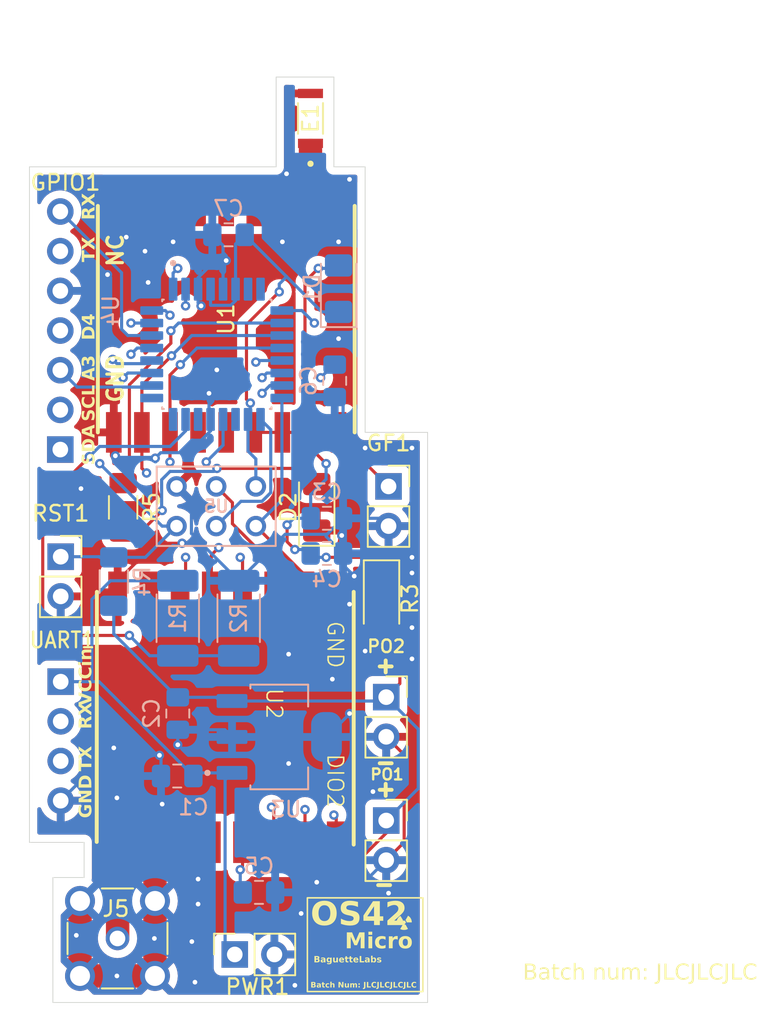
<source format=kicad_pcb>
(kicad_pcb (version 20240108) (generator "pcbnew") (generator_version "8.0")
  (layers (0 "F.Cu" signal) (1 "In1.Cu" signal) (2 "In2.Cu" signal) (31 "B.Cu" signal) (34 "B.Paste" user) (35 "F.Paste" user) (36 "B.SilkS" user "B.Silkscreen") (37 "F.SilkS" user "F.Silkscreen") (38 "B.Mask" user) (39 "F.Mask" user) (44 "Edge.Cuts" user))
  (net 0 "")
  (net 1 "PWRIN_VCC")
  (net 2 "GND")
  (net 3 "VCC")
  (net 4 "Net-(U4-AREF)")
  (net 5 "VCC_PROG")
  (net 6 "Net-(D2-A)")
  (net 7 "Net-(U1-RF_IN)")
  (net 8 "GPSFREEZE_1")
  (net 9 "RXD")
  (net 10 "TXD")
  (net 11 "Net-(U2-ANT)")
  (net 12 "RESET")
  (net 13 "A4")
  (net 14 "A5")
  (net 15 "A3")
  (net 16 "D4")
  (net 17 "D1")
  (net 18 "D0")
  (net 19 "BATTREAD")
  (net 20 "NSS")
  (net 21 "Net-(U4-PD6)")
  (net 30 "MISO")
  (net 31 "MOSI")
  (net 32 "SCK")
  (net 33 "RESET_TX")
  (net 35 "DIO2")
  (net 36 "DIO1")
  (net 37 "DIO0")
  (footprint "Connector_PinSocket_2.54mm:PinSocket_1x02_P2.54mm_Vertical" (layer "F.Cu") (at 134 125.96)
    (property "Reference" "RST1")
    (property "Value" "RST")
  )
  (footprint "Connector_PinSocket_2.54mm:PinSocket_1x02_P2.54mm_Vertical" (layer "F.Cu") (at 154.85 142.85)
    (property "Reference" "PO1")
    (property "Value" "PWROUT" (hide yes))
  )
  (footprint "Connector_PinSocket_2.54mm:PinSocket_1x02_P2.54mm_Vertical" (layer "F.Cu") (at 155 121.46)
    (property "Reference" "GF1")
    (property "Value" "GPSFREEZE" (hide yes))
  )
  (footprint "OS42-components:LoRa1278" (layer "F.Cu") (at 147.1775 135.36 -90)
    (property "Reference" "U2")
    (property "Value" "~")
  )
  (footprint "Connector_PinSocket_2.54mm:PinSocket_1x02_P2.54mm_Vertical" (layer "F.Cu") (at 145.15 151.425 90)
    (property "Reference" "PWR1")
    (property "Value" "PWRIN" (hide yes))
  )
  (footprint "Connector_PinSocket_2.54mm:PinSocket_1x07_P2.54mm_Vertical" (layer "F.Cu") (at 133.975 119.1 180)
    (property "Reference" "GPIO1")
    (property "Value" "GPIO Pins")
  )
  (footprint "OS42-components:LPRS_SMA_CONNECTOR" (layer "F.Cu") (at 137.6375 150.4)
    (property "Reference" "J5")
    (property "Value" "SMA_CONNECTOR")
  )
  (footprint "Connector_PinSocket_2.54mm:PinSocket_1x02_P2.54mm_Vertical" (layer "F.Cu") (at 154.85 134.95)
    (property "Reference" "PO2")
    (property "Value" "PWROUT2" (hide yes))
  )
  (footprint "LED_SMD:LED_1206_3216Metric_Pad1.42x1.75mm_HandSolder" (layer "F.Cu") (at 150.4 122.8 90)
    (property "Reference" "D2")
    (property "Value" "LED")
  )
  (footprint "Resistor_SMD:R_1206_3216Metric_Pad1.30x1.75mm_HandSolder" (layer "F.Cu") (at 138 122.8 -90)
    (property "Reference" "R5")
    (property "Value" "1k")
  )
  (footprint "OS42-components:XCVR_H2U14W1H1A0400" (layer "F.Cu") (at 150 97.9 90)
    (property "Reference" "E1")
    (property "Value" "H2U14W1H1A0400")
  )
  (footprint "LED_SMD:LED_1206_3216Metric_Pad1.42x1.75mm_HandSolder" (layer "F.Cu") (at 154.55 128.65 -90)
    (property "Reference" "R3")
    (property "Value" "10k" (hide yes))
  )
  (footprint "Connector_PinSocket_2.54mm:PinSocket_1x04_P2.54mm_Vertical" (layer "F.Cu") (at 134 133.96)
    (property "Reference" "UART1")
    (property "Value" "UART1")
  )
  (footprint "LOGO" (layer "F.Cu") (at 156 149.4)
    (property "Reference" "G***" (hide yes))
    (property "Value" "LOGO" (hide yes))
  )
  (footprint "OS42-components:GPS02" (layer "F.Cu") (at 144.6 110.75 90)
    (property "Reference" "U1")
    (property "Value" "GPS02-UBX")
  )
  (footprint "Capacitor_SMD:C_0805_2012Metric_Pad1.18x1.45mm_HandSolder" (layer "B.Cu") (at 144.75 105.35 180)
    (property "Reference" "C7")
    (property "Value" "10uF")
  )
  (footprint "Capacitor_SMD:C_0805_2012Metric_Pad1.18x1.45mm_HandSolder" (layer "B.Cu") (at 141.5 136 -90)
    (property "Reference" "C2")
    (property "Value" "1uF")
  )
  (footprint "Resistor_SMD:R_1206_3216Metric_Pad1.30x1.75mm_HandSolder" (layer "B.Cu") (at 137.4 127.55 90)
    (property "Reference" "R4")
    (property "Value" "10k" (hide yes))
  )
  (footprint "Capacitor_SMD:C_0805_2012Metric_Pad1.18x1.45mm_HandSolder" (layer "B.Cu") (at 151.55 114.7 -90)
    (property "Reference" "C6")
    (property "Value" "0.1uF")
  )
  (footprint "Diode_SMD:D_1206_3216Metric_Pad1.42x1.75mm_HandSolder" (layer "B.Cu") (at 151.8 108.8 90)
    (property "Reference" "D1")
    (property "Value" "D")
  )
  (footprint "OS42-components:SOT230P700X180-4N" (layer "B.Cu") (at 148 137.5)
    (property "Reference" "U3")
    (property "Value" "MCP1825S-3302E_DB" (hide yes))
  )
  (footprint "Resistor_SMD:R_2010_5025Metric_Pad1.40x2.65mm_HandSolder" (layer "B.Cu") (at 141.5 129.9 90)
    (property "Reference" "R1")
    (property "Value" "100k" (hide yes))
  )
  (footprint "OS42-components:AVR-ISP" (layer "B.Cu") (at 143.96 122.73 180)
    (property "Reference" "U5")
    (property "Value" "AVR-ISP")
  )
  (footprint "Capacitor_SMD:C_0805_2012Metric_Pad1.18x1.45mm_HandSolder" (layer "B.Cu") (at 151.05 125.75 180)
    (property "Reference" "C4")
    (property "Value" "10uF")
  )
  (footprint "OS42-components:QFP80P900X900X120-32N" (layer "B.Cu") (at 144 113 -90)
    (property "Reference" "U4")
    (property "Value" "ATMEGA328P-AU" (hide yes))
  )
  (footprint "Capacitor_SMD:C_0805_2012Metric_Pad1.18x1.45mm_HandSolder" (layer "B.Cu") (at 146.7 147.45 180)
    (property "Reference" "C5")
    (property "Value" "0.1uF")
  )
  (footprint "Capacitor_SMD:C_0805_2012Metric_Pad1.18x1.45mm_HandSolder" (layer "B.Cu") (at 141.4625 140 180)
    (property "Reference" "C1")
    (property "Value" "1uF" (hide yes))
  )
  (footprint "Resistor_SMD:R_2010_5025Metric_Pad1.40x2.65mm_HandSolder" (layer "B.Cu") (at 145.4 129.9 -90)
    (property "Reference" "R2")
    (property "Value" "47k")
  )
  (footprint "Capacitor_SMD:C_0805_2012Metric_Pad1.18x1.45mm_HandSolder" (layer "B.Cu") (at 151.05 123.5 180)
    (property "Reference" "C3")
    (property "Value" "0.1uF")
  )
  (gr_rect (start 149.8 147.8) (end 157.2 153.8) (stroke (width 0.1)) (fill none) (layer "F.SilkS"))
  (gr_line (start 151.5 95.25) (end 147.8 95.25) (stroke (width 0.05)) (layer "Edge.Cuts"))
  (gr_line (start 151.5 101) (end 151.5 95.25) (stroke (width 0.05)) (layer "Edge.Cuts"))
  (gr_line (start 153.5 118) (end 153.5 101) (stroke (width 0.05)) (layer "Edge.Cuts"))
  (gr_line (start 135.5 144.25) (end 135.5 146.5) (stroke (width 0.05)) (layer "Edge.Cuts"))
  (gr_line (start 135.5 146.5) (end 133.5 146.5) (stroke (width 0.05)) (layer "Edge.Cuts"))
  (gr_line (start 147.8 95.25) (end 147.8 101) (stroke (width 0.05)) (layer "Edge.Cuts"))
  (gr_line (start 157.5 154.5) (end 157.5 118) (stroke (width 0.05)) (layer "Edge.Cuts"))
  (gr_line (start 133.5 154.5) (end 157.5 154.5) (stroke (width 0.05)) (layer "Edge.Cuts"))
  (gr_line (start 133.5 146.5) (end 133.5 154.5) (stroke (width 0.05)) (layer "Edge.Cuts"))
  (gr_line (start 157.5 118) (end 153.5 118) (stroke (width 0.05)) (layer "Edge.Cuts"))
  (gr_line (start 132 144.25) (end 135.5 144.25) (stroke (width 0.05)) (layer "Edge.Cuts"))
  (gr_line (start 153.5 101) (end 151.5 101) (stroke (width 0.05)) (layer "Edge.Cuts"))
  (gr_line (start 147.8 101) (end 132 101) (stroke (width 0.05)) (layer "Edge.Cuts"))
  (gr_line (start 132 101) (end 132 144.25) (stroke (width 0.05)) (layer "Edge.Cuts"))
  (gr_text "-" (at 155.5 147.5 0) (layer "F.SilkS") (effects (font (size 1 1) (thickness 0.25) (bold yes)) (justify left bottom mirror)))
  (gr_text "+" (at 155.6 133.5 0) (layer "F.SilkS") (effects (font (size 1 1) (thickness 0.25) (bold yes)) (justify left bottom mirror)))
  (gr_text "Batch num: JLCJLCJLC" (at 163.6 153.2 0) (layer "F.SilkS") (effects (font (size 1 1) (thickness 0.1)) (justify left bottom)))
  (gr_text "Micro" (at 152.2 151.2 0) (layer "F.SilkS") (effects (font (size 1 1) (thickness 0.25) (bold yes)) (justify left bottom)))
  (gr_text "RX" (at 136.3 104.4 90) (layer "F.SilkS") (effects (font (size 0.8 0.8) (thickness 0.2) (bold yes)) (justify left bottom)))
  (gr_text "OS42" (at 150 149.8 0) (layer "F.SilkS") (effects (font (size 1.5 1.5) (thickness 0.3) (bold yes)) (justify left bottom)))
  (gr_text "+" (at 155.6 141.4 0) (layer "F.SilkS") (effects (font (size 1 1) (thickness 0.25) (bold yes)) (justify left bottom mirror)))
  (gr_text "TX" (at 136.1 139.7 90) (layer "F.SilkS") (effects (font (size 0.8 0.8) (thickness 0.2) (bold yes)) (justify left bottom)))
  (gr_text "DIO2" (at 151 138.5 -90) (layer "F.SilkS") (effects (font (size 1 1) (thickness 0.1)) (justify left bottom)))
  (gr_text "SCL\n" (at 136.3 117.3 90) (layer "F.SilkS") (effects (font (size 0.8 0.8) (thickness 0.2) (bold yes)) (justify left bottom)))
  (gr_text "GND\n" (at 151 130 270) (layer "F.SilkS") (effects (font (size 1 1) (thickness 0.1)) (justify left bottom)))
  (gr_text "-" (at 155.6 139.7 0) (layer "F.SilkS") (effects (font (size 1 1) (thickness 0.25) (bold yes)) (justify left bottom mirror)))
  (gr_text "RX" (at 136.1 137 90) (layer "F.SilkS") (effects (font (size 0.8 0.8) (thickness 0.2) (bold yes)) (justify left bottom)))
  (gr_text "A3" (at 136.3 114.7 90) (layer "F.SilkS") (effects (font (size 0.8 0.8) (thickness 0.2) (bold yes)) (justify left bottom)))
  (gr_text "D4" (at 136.3 112.1 90) (layer "F.SilkS") (effects (font (size 0.8 0.8) (thickness 0.2) (bold yes)) (justify left bottom)))
  (gr_text "BaguetteLabs" (at 150.2 152 0) (layer "F.SilkS") (effects (font (size 0.4 0.4) (thickness 0.1) (bold yes)) (justify left bottom)))
  (gr_text "GND" (at 136.1 142.7 90) (layer "F.SilkS") (effects (font (size 0.8 0.8) (thickness 0.2) (bold yes)) (justify left bottom)))
  (gr_text "VCCin" (at 136.1 135.5 90) (layer "F.SilkS") (effects (font (size 0.8 0.8) (thickness 0.2) (bold yes)) (justify left bottom)))
  (gr_text "TX" (at 136.3 107.1 90) (layer "F.SilkS") (effects (font (size 0.8 0.8) (thickness 0.2) (bold yes)) (justify left bottom)))
  (gr_text "Batch Num: JLCJLCJLCJLC" (at 150 153.6 0) (layer "F.SilkS") (effects (font (size 0.35 0.35) (thickness 0.075)) (justify left bottom)))
  (gr_text "SDA" (at 136.3 120.1 90) (layer "F.SilkS") (effects (font (size 0.8 0.8) (thickness 0.1) (bold yes)) (justify left bottom)))
  (segment (start 144.975 139.8) (end 144.53 140.245) (width 0.2) (layer "B.Cu") (net 1))
  (segment (start 144.975 139.8) (end 142.7 139.8) (width 0.2) (layer "B.Cu") (net 1))
  (segment (start 144.53 140.245) (end 144.53 150.805) (width 0.2) (layer "B.Cu") (net 1))
  (segment (start 141.5 127.5) (end 137.190256 127.5) (width 0.2) (layer "B.Cu") (net 1))
  (segment (start 142.7 139.8) (end 142.5 140) (width 0.2) (layer "B.Cu") (net 1))
  (segment (start 136.46 133.96) (end 136 133.96) (width 0.2) (layer "B.Cu") (net 1))
  (segment (start 136 133.96) (end 134 133.96) (width 0.2) (layer "B.Cu") (net 1))
  (segment (start 136 128.690256) (end 136 133.96) (width 0.2) (layer "B.Cu") (net 1))
  (segment (start 142.5 140) (end 136.46 133.96) (width 0.2) (layer "B.Cu") (net 1))
  (segment (start 137.190256 127.5) (end 136 128.690256) (width 0.2) (layer "B.Cu") (net 1))
  (segment (start 144.53 150.805) (end 145.15 151.425) (width 0.2) (layer "B.Cu") (net 1))
  (segment (start 137.3875 128.5) (end 137.6475 128.24) (width 0.2) (layer "F.Cu") (net 2))
  (segment (start 151.6875 124.2875) (end 152 124.6) (width 0.2) (layer "F.Cu") (net 2))
  (segment (start 149 105.1) (end 151 105.1) (width 0.2) (layer "F.Cu") (net 2))
  (segment (start 152.6875 127.2) (end 151.6475 128.24) (width 0.2) (layer "F.Cu") (net 2))
  (segment (start 137.6 152.8) (end 140.0375 152.8) (width 1.5) (layer "F.Cu") (net 2))
  (segment (start 148.2 104.1) (end 145.3 107) (width 0.2) (layer "F.Cu") (net 2))
  (segment (start 135.2375 149.9625) (end 135 150.2) (width 1.5) (layer "F.Cu") (net 2))
  (segment (start 140.0375 150.4375) (end 140 150.4) (width 1.5) (layer "F.Cu") (net 2))
  (segment (start 150.4 124.2875) (end 151.6875 124.2875) (width 0.2) (layer "F.Cu") (net 2))
  (segment (start 140 150.4) (end 142.2 150.4) (width 1.5) (layer "F.Cu") (net 2))
  (segment (start 148.2 104.3) (end 149 105.1) (width 0.2) (layer "F.Cu") (net 2))
  (segment (start 149 96.3) (end 148.465641 96.834359) (width 0.2) (layer "F.Cu") (net 2))
  (segment (start 151.74 128.24) (end 152.5 129) (width 0.2) (layer "F.Cu") (net 2))
  (segment (start 140.0375 152.8) (end 140.0375 150.4375) (width 1.5) (layer "F.Cu") (net 2))
  (segment (start 145.3 107) (end 144.6 107) (width 0.2) (layer "F.Cu") (net 2))
  (segment (start 148.465641 96.834359) (end 148.465641 101.443761) (width 0.2) (layer "F.Cu") (net 2))
  (segment (start 135.2375 148) (end 135.2375 149.9625) (width 1.5) (layer "F.Cu") (net 2))
  (segment (start 148.2 103.5) (end 148.2 104.1) (width 0.2) (layer "F.Cu") (net 2))
  (segment (start 140.059135 125.098365) (end 141.774 125.098365) (width 0.2) (layer "F.Cu") (net 2))
  (segment (start 151.6475 128.24) (end 151.74 128.24) (width 0.2) (layer "F.Cu") (net 2))
  (segment (start 135.96 108.94) (end 137 107.9) (width 0.2) (layer "F.Cu") (net 2))
  (segment (start 137.4 119.4) (end 137.5 119.5) (width 0.2) (layer "F.Cu") (net 2))
  (segment (start 137.6475 127.51) (end 140.059135 125.098365) (width 0.2) (layer "F.Cu") (net 2))
  (segment (start 156 144.24) (end 154.85 145.39) (width 0.2) (layer "F.Cu") (net 2))
  (segment (start 133.975 108.94) (end 135.96 108.94) (width 0.2) (layer "F.Cu") (net 2))
  (segment (start 148.2 103.5) (end 148.2 101.709402) (width 0.2) (layer "F.Cu") (net 2))
  (segment (start 143 115) (end 143.5 115.5) (width 0.2) (layer "F.Cu") (net 2))
  (segment (start 148.2 101.709402) (end 148.465641 101.443761) (width 0.2) (layer "F.Cu") (net 2))
  (segment (start 140 150.4) (end 140.0375 150.3625) (width 1.5) (layer "F.Cu") (net 2))
  (segment (start 154.85 137.49) (end 156 138.64) (width 0.2) (layer "F.Cu") (net 2))
  (segment (start 151 105.1) (end 151.8 104.3) (width 0.2) (layer "F.Cu") (net 2))
  (segment (start 140.0375 148) (end 140.0375 144.63) (width 1.5) (layer "F.Cu") (net 2))
  (segment (start 134 128.5) (end 137.3875 128.5) (width 0.2) (layer "F.Cu") (net 2))
  (segment (start 151.8 104.3) (end 151.8 103.5) (width 0.2) (layer "F.Cu") (net 2))
  (segment (start 142.2 150.4) (end 142.4 150.6) (width 1.5) (layer "F.Cu") (net 2))
  (segment (start 148.2 103.5) (end 148.2 104.3) (width 0.2) (layer "F.Cu") (net 2))
  (segment (start 135 150.2) (end 135.2375 150.4375) (width 1.5) (layer "F.Cu") (net 2))
  (segment (start 140.0375 144.63) (end 139.6475 144.24) (width 1.5) (layer "F.Cu") (net 2))
  (segment (start 135.2375 152.8) (end 137.6 152.8) (width 1.5) (layer "F.Cu") (net 2))
  (segment (start 142.991263 109.900001) (end 143 109.908738) (width 0.2) (layer "F.Cu") (net 2))
  (segment (start 150 96.3) (end 149 96.3) (width 0.2) (layer "F.Cu") (net 2))
  (segment (start 152.8 127.2) (end 152.6875 127.2) (width 0.2) (layer "F.Cu") (net 2))
  (segment (start 137.4 118) (end 137.4 119.4) (width 0.2) (layer "F.Cu") (net 2))
  (segment (start 140.0375 150.3625) (end 140.0375 148) (width 1.5) (layer "F.Cu") (net 2))
  (segment (start 143 109.908738) (end 143 115) (width 0.2) (layer "F.Cu") (net 2))
  (segment (start 156 138.64) (end 156 144.24) (width 0.2) (layer "F.Cu") (net 2))
  (segment (start 137.6475 128.24) (end 137.6475 127.51) (width 0.2) (layer "F.Cu") (net 2))
  (segment (start 135.2375 150.4375) (end 135.2375 152.8) (width 1.5) (layer "F.Cu") (net 2))
  (via (at 142.4 150.6) (size 0.6) (drill 0.3) (layers "F.Cu" "B.Cu") (net 2))
  (via (at 137 107.9) (size 0.6) (drill 0.3) (layers "F.Cu" "B.Cu") (net 2))
  (via (at 141.5 138) (size 0.6) (drill 0.3) (layers "F.Cu" "B.Cu") (net 2))
  (via (at 148.6 132.2) (size 0.6) (drill 0.3) (layers "F.Cu" "B.Cu") (net 2))
  (via (at 142.991263 109.900001) (size 0.6) (drill 0.3) (layers "F.Cu" "B.Cu") (net 2))
  (via (at 148.6 139.2) (size 0.6) (drill 0.3) (layers "F.Cu" "B.Cu") (net 2))
  (via (at 142.6 153.2) (size 0.6) (drill 0.3) (layers "F.Cu" "B.Cu") (net 2))
  (via (at 141.2 105.8) (size 0.6) (drill 0.3) (layers "F.Cu" "B.Cu") (net 2))
  (via (at 144 114) (size 0.6) (drill 0.3) (layers "F.Cu" "B.Cu") (net 2))
  (via (at 137.6 152.8) (size 0.6) (drill 0.3) (layers "F.Cu" "B.Cu") (net 2))
  (via (at 152.8 127.2) (size 0.6) (drill 0.3) (layers "F.Cu" "B.Cu") (net 2))
  (via (at 140.325735 138.674265) (size 0.6) (drill 0.3) (layers "F.Cu" "B.Cu") (net 2))
  (via (at 149.4 148.8) (size 0.6) (drill 0.3) (layers "F.Cu" "B.Cu") (net 2))
  (via (at 152.5 129) (size 0.6) (drill 0.3) (layers "F.Cu" "B.Cu") (net 2))
  (via (at 151.8 105.8) (size 0.6) (drill 0.3) (layers "F.Cu" "B.Cu") (net 2))
  (via (at 155 147.5) (size 0.6) (drill 0.3) (layers "F.Cu" "B.Cu") (net 2))
  (via (at 140.053554 119.653554) (size 0.6) (drill 0.3) (layers "F.Cu" "B.Cu") (net 2))
  (via (at 139.4 106.4) (size 0.6) (drill 0.3) (layers "F.Cu" "B.Cu") (net 2))
  (via (at 156.5 126) (size 0.6) (drill 0.3) (layers "F.Cu" "B.Cu") (net 2))
  (via (at 144.6 107) (size 0.6) (drill 0.3) (layers "F.Cu" "B.Cu") (net 2))
  (via (at 137.5 119.5) (size 0.6) (drill 0.3) (layers "F.Cu" "B.Cu") (net 2))
  (via (at 152 124.6) (size 0.6) (drill 0.3) (layers "F.Cu" "B.Cu") (net 2))
  (via (at 141.774 125.098365) (size 0.6) (drill 0.3) (layers "F.Cu" "B.Cu") (net 2))
  (via (at 137.6 141.4) (size 0.6) (drill 0.3) (layers "F.Cu" "B.Cu") (net 2))
  (via (at 135 150.2) (size 0.6) (drill 0.3) (layers "F.Cu" "B.Cu") (net 2))
  (via (at 156.5 119) (size 0.6) (drill 0.3) (layers "F.Cu" "B.Cu") (net 2))
  (via (at 149 153.4) (size 0.6) (drill 0.3) (layers "F.Cu" "B.Cu") (net 2))
  (via (at 153.5 119) (size 0.6) (drill 0.3) (layers "F.Cu" "B.Cu") (net 2))
  (via (at 140.5 141.8) (size 0.6) (drill 0.3) (layers "F.Cu" "B.Cu") (net 2))
  (via (at 148.2 105.8) (size 0.6) (drill 0.3) (layers "F.Cu" "B.Cu") (net 2))
  (via (at 135.3 121.6) (size 0.6) (drill 0.3) (layers "F.Cu" "B.Cu") (net 2))
  (via (at 156.5 132.5) (size 0.6) (drill 0.3) (layers "F.Cu" "B.Cu") (net 2))
  (via (at 142.8 148.2) (size 0.6) (drill 0.3) (layers "F.Cu" "B.Cu") (net 2))
  (via (at 151.8 112) (size 0.6) (drill 0.3) (layers "F.Cu" "B.Cu") (net 2))
  (via (at 152.5 101.8) (size 0.6) (drill 0.3) (layers "F.Cu" "B.Cu") (net 2))
  (via (at 137.4 138.2) (size 0.6) (drill 0.3) (layers "F.Cu" "B.Cu") (net 2))
  (via (at 152.5 136) (size 0.6) (drill 0.3) (layers "F.Cu" "B.Cu") (net 2))
  (via (at 150.4 146.8) (size 0.6) (drill 0.3) (layers "F.Cu" "B.Cu") (net 2))
  (via (at 138.2 105.5) (size 0.6) (drill 0.3) (layers "F.Cu" "B.Cu") (net 2))
  (via (at 142.8 146.6) (size 0.6) (drill 0.3) (layers "F.Cu" "B.Cu") (net 2))
  (via (at 154 141) (size 0.6) (drill 0.3) (layers "F.Cu" "B.Cu") (net 2))
  (via (at 153.5 132) (size 0.6) (drill 0.3) (layers "F.Cu" "B.Cu") (net 2))
  (via (at 156.5 130.5) (size 0.6) (drill 0.3) (layers "F.Cu" "B.Cu") (net 2))
  (via (at 156.5 127) (size 0.6) (drill 0.3) (layers "F.Cu" "B.Cu") (net 2))
  (via (at 148.465641 101.443761) (size 0.6) (drill 0.3) (layers "F.Cu" "B.Cu") (net 2))
  (via (at 151.4 133.8) (size 0.6) (drill 0.3) (layers "F.Cu" "B.Cu") (net 2))
  (via (at 143.5 115.5) (size 0.6) (drill 0.3) (layers "F.Cu" "B.Cu") (net 2))
  (via (at 140 150.4) (size 0.6) (drill 0.3) (layers "F.Cu" "B.Cu") (net 2))
  (via (at 139.6 108.4) (size 0.6) (drill 0.3) (layers "F.Cu" "B.Cu") (net 2))
  (segment (start 142.401635 125.098365) (end 142.7 124.8) (width 0.2) (layer "B.Cu") (net 2))
  (segment (start 151.0625 124.525) (end 152.0875 123.5) (width 0.2) (layer "B.Cu") (net 2))
  (segment (start 135.58 140) (end 134 141.58) (width 0.2) (layer "B.Cu") (net 2))
  (segment (start 140.425 140) (end 135.58 140) (width 0.2) (layer "B.Cu") (net 2))
  (segment (start 152 137.5) (end 152.01 137.49) (width 0.2) (layer "B.Cu") (net 2))
  (segment (start 144.6 107) (end 144.6 106.7) (width 0.2) (layer "B.Cu") (net 2))
  (segment (start 142.8 109.708738) (end 142.991263 109.900001) (width 0.2) (layer "B.Cu") (net 2))
  (segment (start 144.4 106.75) (end 144.4 106.5) (width 0.2) (layer "B.Cu") (net 2))
  (segment (start 151.55 115.7375) (end 152.0875 116.275) (width 0.2) (layer "B.Cu") (net 2))
  (segment (start 145.4 127.5) (end 148.375 124.525) (width 0.2) (layer "B.Cu") (net 2))
  (segment (start 140.425 140) (end 140.425 138.77353) (width 0.2) (layer "B.Cu") (net 2))
  (segment (start 143.6 117.17) (end 143.6 117.905) (width 0.2) (layer "B.Cu") (net 2))
  (segment (start 145.4 127.5) (end 142.7 124.8) (width 0.2) (layer "B.Cu") (net 2))
  (segment (start 144.4 106.5) (end 144.4 106.0375) (width 0.2) (layer "B.Cu") (net 2))
  (segment (start 144.6 106.7) (end 144.4 106.5) (width 0.2) (layer "B.Cu") (net 2))
  (segment (start 147.7375 151.3775) (end 147.69 151.425) (width 0.2) (layer "B.Cu") (net 2))
  (segment (start 143.5 115.5) (end 143.5 117.07) (width 0.2) (layer "B.Cu") (net 2))
  (segment (start 142.374 122.414) (end 141.42 121.46) (width 0.2) (layer "B.Cu") (net 2))
  (segment (start 143.5 117.07) (end 143.6 117.17) (width 0.2) (layer "B.Cu") (net 2))
  (segment (start 152 125.6625) (end 152.0875 125.75) (width 0.2) (layer "B.Cu") (net 2))
  (segment (start 152 124.6) (end 152 125.6625) (width 0.2) (layer "B.Cu") (net 2))
  (segment (start 147.7375 147.45) (end 152.79 147.45) (width 0.2) (layer "B.Cu") (net 2))
  (segment (start 141.774 125.098365) (end 142.401635 125.098365) (width 0.2) (layer "B.Cu") (net 2))
  (segment (start 144.5125 137.0375) (end 144.975 137.5) (width 0.2) (layer "B.Cu") (net 2))
  (segment (start 142.205 119.3) (end 140.407108 119.3) (width 0.2) (layer "B.Cu") (net 2))
  (segment (start 147.7375 147.45) (end 147.7375 151.3775) (width 0.2) (layer "B.Cu") (net 2))
  (segment (start 141.5 138) (end 141.5 137.0375) (width 0.2) (layer "B.Cu") (net 2))
  (segment (start 151.025 137.5) (end 152.5 136.025) (width 0.2) (layer "B.Cu") (net 2))
  (segment (start 142.8 108.83) (end 142.8 109.708738) (width 0.2) (layer "B.Cu") (net 2))
  (segment (start 152.0875 125.75) (end 152.0875 126.4875) (width 0.2) (layer "B.Cu") (net 2))
  (segment (start 144.145 106.75) (end 144.4 106.75) (width 0.2) (layer "B.Cu") (net 2))
  (segment (start 152.0875 126.4875) (end 152.8 127.2) (width 0.2) (layer "B.Cu") (net 2))
  (segment (start 144.4 108.83) (end 144.4 106.75) (width 0.2) (layer "B.Cu") (net 2))
  (segment (start 142.8 108.83) (end 142.8 108.095) (width 0.2) (layer "B.Cu") (net 2))
  (segment (start 152.5 136.025) (end 152.5 136) (width 0.2) (layer "B.Cu") (net 2))
  (segment (start 141.5 137.0375) (end 144.5125 137.0375) (width 0.2) (layer "B.Cu") (net 2))
  (segment (start 151 124.525) (end 151.0625 124.525) (width 0.2) (layer "B.Cu") (net 2))
  (segment (start 152.79 147.45) (end 154.85 145.39) (width 0.2) (layer "B.Cu") (net 2))
  (segment (start 140.425 138.77353) (end 140.325735 138.674265) (width 0.2) (layer "B.Cu") (net 2))
  (segment (start 152.0875 123.5) (end 154.5 123.5) (width 0.2) (layer "B.Cu") (net 2))
  (segment (start 142.8 108.095) (end 144.145 106.75) (width 0.2) (layer "B.Cu") (net 2))
  (segment (start 152.01 137.49) (end 154.85 137.49) (width 0.2) (layer "B.Cu") (net 2))
  (segment (start 142.7 124.8) (end 142.374 124.474) (width 0.2) (layer "B.Cu") (net 2))
  (segment (start 140.407108 119.3) (end 140.053554 119.653554) (width 0.2) (layer "B.Cu") (net 2))
  (segment (start 144.975 137.5) (end 151.025 137.5) (width 0.2) (layer "B.Cu") (net 2))
  (segment (start 143.6 117.905) (end 142.205 119.3) (width 0.2) (layer "B.Cu") (net 2))
  (segment (start 148.375 124.525) (end 151 124.525) (width 0.2) (layer "B.Cu") (net 2))
  (segment (start 151 124.525) (end 151 124.6625) (width 0.2) (layer "B.Cu") (net 2))
  (segment (start 154.5 123.5) (end 155 124) (width 0.2) (layer "B.Cu") (net 2))
  (segment (start 144.4 106.0375) (end 143.7125 105.35) (width 0.2) (layer "B.Cu") (net 2))
  (segment (start 151 124.6625) (end 152.0875 125.75) (width 0.2) (layer "B.Cu") (net 2))
  (segment (start 152.0875 116.275) (end 152.0875 123.5) (width 0.2) (layer "B.Cu") (net 2))
  (segment (start 142.374 124.474) (end 142.374 122.414) (width 0.2) (layer "B.Cu") (net 2))
  (segment (start 151.025 137.5) (end 152 137.5) (width 0.2) (layer "B.Cu") (net 2))
  (segment (start 148.5 125) (end 149 125.5) (width 0.2) (layer "F.Cu") (net 3))
  (segment (start 155.725 128.3375) (end 155.725 134.075) (width 0.2) (layer "F.Cu") (net 3))
  (segment (start 145.6475 144.97) (end 145.6475 144.24) (width 0.2) (layer "F.Cu") (net 3))
  (segment (start 154.55 127.1625) (end 153.3875 126) (width 0.2) (layer "F.Cu") (net 3))
  (segment (start 153.3875 126) (end 151 126) (width 0.2) (layer "F.Cu") (net 3))
  (segment (start 154.85 143.65) (end 152.63 145.87) (width 0.2) (layer "F.Cu") (net 3))
  (segment (start 155.725 134.075) (end 154.85 134.95) (width 0.2) (layer "F.Cu") (net 3))
  (segment (start 145.6475 145.8525) (end 145.5 146) (width 0.2) (layer "F.Cu") (net 3))
  (segment (start 150 118) (end 149.6475 117.6475) (width 0.2) (layer "F.Cu") (net 3))
  (segment (start 154.85 142.85) (end 154.85 143.65) (width 0.2) (layer "F.Cu") (net 3))
  (segment (start 150 119) (end 151 120) (width 0.2) (layer "F.Cu") (net 3))
  (segment (start 149.6475 108.3525) (end 150.5 107.5) (width 0.2) (layer "F.Cu") (net 3))
  (segment (start 149.6475 117.6475) (end 149.6475 108.3525) (width 0.2) (layer "F.Cu") (net 3))
  (segment (start 154.55 127.1625) (end 155.725 128.3375) (width 0.2) (layer "F.Cu") (net 3))
  (segment (start 150 118) (end 150 119) (width 0.2) (layer "F.Cu") (net 3))
  (segment (start 152.63 145.87) (end 146.5475 145.87) (width 0.2) (layer "F.Cu") (net 3))
  (segment (start 148.5 123.925) (end 148.5 125) (width 0.2) (layer "F.Cu") (net 3))
  (segment (start 150 118) (end 146.4 118) (width 0.2) (layer "F.Cu") (net 3))
  (segment (start 146.5475 145.87) (end 145.6475 144.97) (width 0.2) (layer "F.Cu") (net 3))
  (segment (start 145.6475 144.24) (end 145.6475 145.8525) (width 0.2) (layer "F.Cu") (net 3))
  (via (at 149 125.5) (size 0.6) (drill 0.3) (layers "F.Cu" "B.Cu") (net 3))
  (via (at 145.5 146) (size 0.6) (drill 0.3) (layers "F.Cu" "B.Cu") (net 3))
  (via (at 150.5 107.5) (size 0.6) (drill 0.3) (layers "F.Cu" "B.Cu") (net 3))
  (via (at 151 126) (size 0.6) (drill 0.3) (layers "F.Cu" "B.Cu") (net 3))
  (via (at 148.5 123.925) (size 0.6) (drill 0.3) (layers "F.Cu" "B.Cu") (net 3))
  (via (at 151 120) (size 0.6) (drill 0.3) (layers "F.Cu" "B.Cu") (net 3))
  (segment (start 154.85 134.95) (end 154.55 134.95) (width 0.2) (layer "B.Cu") (net 3))
  (segment (start 143.9625 134.9625) (end 141.5 134.9625) (width 0.2) (layer "B.Cu") (net 3))
  (segment (start 151 120) (end 151 121) (width 0.2) (layer "B.Cu") (net 3))
  (segment (start 154.55 134.95) (end 154.3 135.2) (width 0.2) (layer "B.Cu") (net 3))
  (segment (start 156.9 140.8) (end 156.9 137) (width 0.2) (layer "B.Cu") (net 3))
  (segment (start 151 126) (end 150.2625 126) (width 0.2) (layer "B.Cu") (net 3))
  (segment (start 141.4625 134.9625) (end 137.4 130.9) (width 0.2) (layer "B.Cu") (net 3))
  (segment (start 150.2625 126) (end 150.0125 125.75) (width 0.2) (layer "B.Cu") (net 3))
  (segment (start 150.0125 123.5) (end 148.925 123.5) (width 0.2) (layer "B.Cu") (net 3))
  (segment (start 145.5 146) (end 145.5 147.2875) (width 0.2) (layer "B.Cu") (net 3))
  (segment (start 151 121) (end 150.0125 121.9875) (width 0.2) (layer "B.Cu") (net 3))
  (segment (start 150.0125 121.9875) (end 150.0125 123.5) (width 0.2) (layer "B.Cu") (net 3))
  (segment (start 144.975 135.2) (end 144.2 135.2) (width 0.2) (layer "B.Cu") (net 3))
  (segment (start 156.9 137) (end 154.85 134.95) (width 0.2) (layer "B.Cu") (net 3))
  (segment (start 154.85 142.85) (end 156.9 140.8) (width 0.2) (layer "B.Cu") (net 3))
  (segment (start 145.5 147.2875) (end 145.6625 147.45) (width 0.2) (layer "B.Cu") (net 3))
  (segment (start 137.4 130.9) (end 137.4 129.1) (width 0.2) (layer "B.Cu") (net 3))
  (segment (start 154.3 135.2) (end 144.975 135.2) (width 0.2) (layer "B.Cu") (net 3))
  (segment (start 149.7625 125.5) (end 150.0125 125.75) (width 0.2) (layer "B.Cu") (net 3))
  (segment (start 150.5 107.5) (end 151.6125 107.5) (width 0.2) (layer "B.Cu") (net 3))
  (segment (start 144.2 135.2) (end 143.9625 134.9625) (width 0.2) (layer "B.Cu") (net 3))
  (segment (start 141.5 134.9625) (end 141.4625 134.9625) (width 0.2) (layer "B.Cu") (net 3))
  (segment (start 149 125.5) (end 149.7625 125.5) (width 0.2) (layer "B.Cu") (net 3))
  (segment (start 151.6125 107.5) (end 151.8 107.3125) (width 0.2) (layer "B.Cu") (net 3))
  (segment (start 148.925 123.5) (end 148.5 123.925) (width 0.2) (layer "B.Cu") (net 3))
  (via (at 150.6475 114.5) (size 0.6) (drill 0.3) (layers "F.Cu" "B.Cu") (net 4))
  (via (at 143.32334 119.893249) (size 0.6) (drill 0.3) (layers "F.Cu" "B.Cu") (net 4))
  (segment (start 151.55 113.6625) (end 151.485 113.6625) (width 0.2) (layer "B.Cu") (net 4))
  (segment (start 151.485 113.6625) (end 150.6475 114.5) (width 0.2) (layer "B.Cu") (net 4))
  (segment (start 143.32334 119.893249) (end 144.4 118.816589) (width 0.2) (layer "B.Cu") (net 4))
  (segment (start 144.4 118.816589) (end 144.4 117.17) (width 0.2) (layer "B.Cu") (net 4))
  (segment (start 145.9 115.878265) (end 146.146 116.124265) (width 0.2) (layer "F.Cu") (net 5))
  (segment (start 148 109) (end 145.9 111.1) (width 0.2) (layer "F.Cu") (net 5))
  (segment (start 145.9 111.1) (end 145.9 115.878265) (width 0.2) (layer "F.Cu") (net 5))
  (via (at 148 109) (size 0.6) (drill 0.3) (layers "F.Cu" "B.Cu") (net 5))
  (via (at 146.146 116.124265) (size 0.6) (drill 0.3) (layers "F.Cu" "B.Cu") (net 5))
  (segment (start 145.2 105.9375) (end 145.2 108.83) (width 0.2) (layer "B.Cu") (net 5))
  (segment (start 146.5 121.46) (end 146.5 119.7) (width 0.2) (layer "B.Cu") (net 5))
  (segment (start 148.46875 108.03125) (end 145.7875 105.35) (width 0.2) (layer "B.Cu") (net 5))
  (segment (start 146.5 119.7) (end 146 119.2) (width 0.2) (layer "B.Cu") (net 5))
  (segment (start 146.146 117.024) (end 146 117.17) (width 0.2) (layer "B.Cu") (net 5))
  (segment (start 146 119.2) (end 146 117.17) (width 0.2) (layer "B.Cu") (net 5))
  (segment (start 148 108.5) (end 148 109) (width 0.2) (layer "B.Cu") (net 5))
  (segment (start 143.6 109.85) (end 143.6 108.83) (width 0.2) (layer "B.Cu") (net 5))
  (segment (start 146.146 116.124265) (end 146.146 117.024) (width 0.2) (layer "B.Cu") (net 5))
  (segment (start 145.2 108.83) (end 145.2 109.565) (width 0.2) (layer "B.Cu") (net 5))
  (segment (start 151.8 110.2875) (end 150.725 110.2875) (width 0.2) (layer "B.Cu") (net 5))
  (segment (start 150.725 110.2875) (end 148.46875 108.03125) (width 0.2) (layer "B.Cu") (net 5))
  (segment (start 145.7875 105.35) (end 145.2 105.9375) (width 0.2) (layer "B.Cu") (net 5))
  (segment (start 143.615 109.865) (end 143.6 109.85) (width 0.2) (layer "B.Cu") (net 5))
  (segment (start 145.2 109.565) (end 144.9 109.865) (width 0.2) (layer "B.Cu") (net 5))
  (segment (start 144.9 109.865) (end 143.615 109.865) (width 0.2) (layer "B.Cu") (net 5))
  (segment (start 148.46875 108.03125) (end 148 108.5) (width 0.2) (layer "B.Cu") (net 5))
  (segment (start 144.008042 120.306997) (end 148.806997 120.306997) (width 0.2) (layer "F.Cu") (net 6))
  (segment (start 149.5875 120.5) (end 150.4 121.3125) (width 0.2) (layer "F.Cu") (net 6))
  (segment (start 139.15 124.35) (end 140.5 123) (width 0.2) (layer "F.Cu") (net 6))
  (segment (start 149 120.5) (end 149.5875 120.5) (width 0.2) (layer "F.Cu") (net 6))
  (segment (start 148.806997 120.306997) (end 149 120.5) (width 0.2) (layer "F.Cu") (net 6))
  (segment (start 138 124.35) (end 139.15 124.35) (width 0.2) (layer "F.Cu") (net 6))
  (via (at 144.008042 120.306997) (size 0.6) (drill 0.3) (layers "F.Cu" "B.Cu") (net 6))
  (via (at 140.5 123) (size 0.6) (drill 0.3) (layers "F.Cu" "B.Cu") (net 6))
  (segment (start 140.466 121.034) (end 141 120.5) (width 0.2) (layer "B.Cu") (net 6))
  (segment (start 140.466 122.966) (end 140.466 121.034) (width 0.2) (layer "B.Cu") (net 6))
  (segment (start 140.5 123) (end 140.466 122.966) (width 0.2) (layer "B.Cu") (net 6))
  (segment (start 143.815039 120.5) (end 144.008042 120.306997) (width 0.2) (layer "B.Cu") (net 6))
  (segment (start 141 120.5) (end 143.815039 120.5) (width 0.2) (layer "B.Cu") (net 6))
  (segment (start 150 103.5) (end 150 99.95) (width 1.5) (layer "F.Cu") (net 7))
  (segment (start 151.8 118) (end 151.8 118.26) (width 0.2) (layer "F.Cu") (net 8))
  (segment (start 151.8 118.26) (end 155 121.46) (width 0.2) (layer "F.Cu") (net 8))
  (segment (start 139.2 120.3) (end 139.2 118) (width 0.2) (layer "F.Cu") (net 9))
  (segment (start 139.2 114.997058) (end 141.098529 113.098529) (width 0.2) (layer "F.Cu") (net 9))
  (segment (start 139.5 120.6) (end 139.2 120.3) (width 0.2) (layer "F.Cu") (net 9))
  (segment (start 139.2 118) (end 139.2 114.997058) (width 0.2) (layer "F.Cu") (net 9))
  (via (at 139.5 120.6) (size 0.6) (drill 0.3) (layers "F.Cu" "B.Cu") (net 9))
  (via (at 141.098529 113.098529) (size 0.6) (drill 0.3) (layers "F.Cu" "B.Cu") (net 9))
  (segment (start 142.397058 111.8) (end 148.17 111.8) (width 0.2) (layer "B.Cu") (net 9))
  (segment (start 141.098529 113.098529) (end 142.397058 111.8) (width 0.2) (layer "B.Cu") (net 9))
  (segment (start 141 114.328432) (end 141.664216 113.664216) (width 0.2) (layer "F.Cu") (net 10))
  (segment (start 141 119.9) (end 141 118) (width 0.2) (layer "F.Cu") (net 10))
  (segment (start 141 118) (end 141 114.328432) (width 0.2) (layer "F.Cu") (net 10))
  (via (at 141 119.9) (size 0.6) (drill 0.3) (layers "F.Cu" "B.Cu") (net 10))
  (via (at 141.664216 113.664216) (size 0.6) (drill 0.3) (layers "F.Cu" "B.Cu") (net 10))
  (segment (start 141.664216 113.664216) (end 142.728432 112.6) (width 0.2) (layer "B.Cu") (net 10))
  (segment (start 142.728432 112.6) (end 148.17 112.6) (width 0.2) (layer "B.Cu") (net 10))
  (segment (start 137.6475 150.39) (end 137.6375 150.4) (width 1.5) (layer "F.Cu") (net 11))
  (segment (start 137.6475 144.24) (end 137.6475 150.39) (width 1.5) (layer "F.Cu") (net 11))
  (via (at 138.5 113) (size 0.6) (drill 0.3) (layers "F.Cu" "B.Cu") (net 12))
  (via (at 136.5 120) (size 0.6) (drill 0.3) (layers "F.Cu" "B.Cu") (net 12))
  (segment (start 137.4 126) (end 136.5 126) (width 0.2) (layer "B.Cu") (net 12))
  (segment (start 139.42 126) (end 141.42 124) (width 0.2) (layer "B.Cu") (net 12))
  (segment (start 141.42 124) (end 140.495105 124) (width 0.2) (layer "B.Cu") (net 12))
  (segment (start 138.9 112.6) (end 138.5 113) (width 0.2) (layer "B.Cu") (net 12))
  (segment (start 139.83 112.6) (end 138.9 112.6) (width 0.2) (layer "B.Cu") (net 12))
  (segment (start 136.5 126) (end 136.46 125.96) (width 0.2) (layer "B.Cu") (net 12))
  (segment (start 137.4 126) (end 139.42 126) (width 0.2) (layer "B.Cu") (net 12))
  (segment (start 140.495105 124) (end 136.5 120.004895) (width 0.2) (layer "B.Cu") (net 12))
  (segment (start 136.5 120.004895) (end 136.5 120) (width 0.2) (layer "B.Cu") (net 12))
  (segment (start 136.46 125.96) (end 134 125.96) (width 0.2) (layer "B.Cu") (net 12))
  (via (at 138 114.5) (size 0.6) (drill 0.3) (layers "F.Cu" "B.Cu") (net 13))
  (segment (start 138.3 114.2) (end 138 114.5) (width 0.2) (layer "B.Cu") (net 13))
  (segment (start 139.83 114.2) (end 138.3 114.2) (width 0.2) (layer "B.Cu") (net 13))
  (via (at 137.325735 113.325735) (size 0.6) (drill 0.3) (layers "F.Cu" "B.Cu") (net 14))
  (segment (start 139.63 113.6) (end 137.6 113.6) (width 0.2) (layer "B.Cu") (net 14))
  (segment (start 139.83 113.4) (end 139.63 113.6) (width 0.2) (layer "B.Cu") (net 14))
  (segment (start 137.6 113.6) (end 137.325735 113.325735) (width 0.2) (layer "B.Cu") (net 14))
  (segment (start 133.975 114.02) (end 135.055 115.1) (width 0.2) (layer "B.Cu") (net 15))
  (segment (start 135.055 115.1) (end 139.73 115.1) (width 0.2) (layer "B.Cu") (net 15))
  (segment (start 139.73 115.1) (end 139.83 115) (width 0.2) (layer "B.Cu") (net 15))
  (via (at 142 109.9) (size 0.6) (drill 0.3) (layers "F.Cu" "B.Cu") (net 16))
  (segment (start 142 108.83) (end 142 109.9) (width 0.2) (layer "B.Cu") (net 16))
  (via (at 138.5 111) (size 0.6) (drill 0.3) (layers "F.Cu" "B.Cu") (net 17))
  (segment (start 139.83 111) (end 138.5 111) (width 0.2) (layer "B.Cu") (net 17))
  (segment (start 137.9 111.4) (end 138.3 111.8) (width 0.2) (layer "B.Cu") (net 18))
  (segment (start 133.975 103.86) (end 137.9 107.785) (width 0.2) (layer "B.Cu") (net 18))
  (segment (start 137.9 107.785) (end 137.9 111.4) (width 0.2) (layer "B.Cu") (net 18))
  (segment (start 138.3 111.8) (end 139.83 111.8) (width 0.2) (layer "B.Cu") (net 18))
  (segment (start 132.85 122.540597) (end 135.834358 119.556239) (width 0.2) (layer "F.Cu") (net 19))
  (segment (start 133.2 131) (end 132.85 130.65) (width 0.2) (layer "F.Cu") (net 19))
  (segment (start 132.85 130.65) (end 132.85 122.540597) (width 0.2) (layer "F.Cu") (net 19))
  (segment (start 138.4 131) (end 133.2 131) (width 0.2) (layer "F.Cu") (net 19))
  (via (at 135.834358 119.556239) (size 0.6) (drill 0.3) (layers "F.Cu" "B.Cu") (net 19))
  (via (at 138.4 131) (size 0.6) (drill 0.3) (layers "F.Cu" "B.Cu") (net 19))
  (segment (start 141.5 132.3) (end 139.7 132.3) (width 0.2) (layer "B.Cu") (net 19))
  (segment (start 135.834358 119.556239) (end 136.490597 118.9) (width 0.2) (layer "B.Cu") (net 19))
  (segment (start 145.4 132.3) (end 141.5 132.3) (width 0.2) (layer "B.Cu") (net 19))
  (segment (start 142 117.905) (end 142 117.17) (width 0.2) (layer "B.Cu") (net 19))
  (segment (start 139.7 132.3) (end 138.4 131) (width 0.2) (layer "B.Cu") (net 19))
  (segment (start 136.490597 118.9) (end 141.005 118.9) (width 0.2) (layer "B.Cu") (net 19))
  (segment (start 141.005 118.9) (end 142 117.905) (width 0.2) (layer "B.Cu") (net 19))
  (segment (start 143.6475 128.24) (end 143.6475 125.8525) (width 0.2) (layer "F.Cu") (net 20))
  (segment (start 143.6475 125.8525) (end 144.124265 125.375735) (width 0.2) (layer "F.Cu") (net 20))
  (segment (start 143.6475 128.24) (end 143.6475 128.97) (width 0.2) (layer "F.Cu") (net 20))
  (segment (start 144.815 130.1375) (end 154.55 130.1375) (width 0.2) (layer "F.Cu") (net 20))
  (segment (start 143.6475 128.97) (end 144.815 130.1375) (width 0.2) (layer "F.Cu") (net 20))
  (via (at 146.9 114.5) (size 0.6) (drill 0.3) (layers "F.Cu" "B.Cu") (net 20))
  (via (at 144.124265 125.375735) (size 0.6) (drill 0.3) (layers "F.Cu" "B.Cu") (net 20))
  (segment (start 148.17 114.2) (end 147.2 114.2) (width 0.2) (layer "B.Cu") (net 20))
  (segment (start 147.2 114.2) (end 146.9 114.5) (width 0.2) (layer "B.Cu") (net 20))
  (segment (start 138 121.25) (end 138.4 120.85) (width 0.2) (layer "F.Cu") (net 21))
  (segment (start 138.4 120.85) (end 138.4 114.948529) (width 0.2) (layer "F.Cu") (net 21))
  (segment (start 141.056413 112.292116) (end 141.056413 111.494707) (width 0.2) (layer "F.Cu") (net 21))
  (segment (start 138.4 114.948529) (end 141.056413 112.292116) (width 0.2) (layer "F.Cu") (net 21))
  (via (at 141.056413 111.494707) (size 0.6) (drill 0.3) (layers "F.Cu" "B.Cu") (net 21))
  (segment (start 141.55112 111) (end 148.17 111) (width 0.2) (layer "B.Cu") (net 21))
  (segment (start 141.056413 111.494707) (end 141.55112 111) (width 0.2) (layer "B.Cu") (net 21))
  (segment (start 149.6475 127.1475) (end 146.5 124) (width 0.2) (layer "F.Cu") (net 30))
  (segment (start 149.6475 128.24) (end 149.6475 127.1475) (width 0.2) (layer "F.Cu") (net 30))
  (segment (start 148.17 122.33) (end 146.5 124) (width 0.2) (layer "B.Cu") (net 30))
  (segment (start 148.17 115.8) (end 148.17 122.33) (width 0.2) (layer "B.Cu") (net 30))
  (segment (start 147.6475 126.49666) (end 145 123.84916) (width 0.2) (layer "F.Cu") (net 31))
  (segment (start 145 122.5) (end 143.96 121.46) (width 0.2) (layer "F.Cu") (net 31))
  (segment (start 145 123.84916) (end 145 122.5) (width 0.2) (layer "F.Cu") (net 31))
  (segment (start 147.6475 128.24) (end 147.6475 126.49666) (width 0.2) (layer "F.Cu") (net 31))
  (via (at 146.9 115.5) (size 0.6) (drill 0.3) (layers "F.Cu" "B.Cu") (net 31))
  (segment (start 147.4 115) (end 146.9 115.5) (width 0.2) (layer "B.Cu") (net 31))
  (segment (start 148.17 115) (end 147.4 115) (width 0.2) (layer "B.Cu") (net 31))
  (segment (start 145.6475 126.1475) (end 145.5 126) (width 0.2) (layer "F.Cu") (net 32))
  (segment (start 145.6475 128.24) (end 145.6475 126.1475) (width 0.2) (layer "F.Cu") (net 32))
  (via (at 145.5 126) (size 0.6) (drill 0.3) (layers "F.Cu" "B.Cu") (net 32))
  (segment (start 146.89516 122.414) (end 147.454 121.85516) (width 0.2) (layer "B.Cu") (net 32))
  (segment (start 147.454 117.824) (end 146.8 117.17) (width 0.2) (layer "B.Cu") (net 32))
  (segment (start 145.546 122.414) (end 146.89516 122.414) (width 0.2) (layer "B.Cu") (net 32))
  (segment (start 143.96 124) (end 145.546 122.414) (width 0.2) (layer "B.Cu") (net 32))
  (segment (start 147.454 121.85516) (end 147.454 117.824) (width 0.2) (layer "B.Cu") (net 32))
  (segment (start 141.6475 128.24) (end 141.6475 127.51) (width 0.2) (layer "F.Cu") (net 33))
  (segment (start 142 127.1575) (end 142 126) (width 0.2) (layer "F.Cu") (net 33))
  (segment (start 141.6475 127.51) (end 142 127.1575) (width 0.2) (layer "F.Cu") (net 33))
  (via (at 142 126) (size 0.6) (drill 0.3) (layers "F.Cu" "B.Cu") (net 33))
  (via (at 146.5 113.5) (size 0.6) (drill 0.3) (layers "F.Cu" "B.Cu") (net 33))
  (segment (start 146.6 113.4) (end 146.5 113.5) (width 0.2) (layer "B.Cu") (net 33))
  (segment (start 148.17 113.4) (end 146.6 113.4) (width 0.2) (layer "B.Cu") (net 33))
  (segment (start 151.6475 142.6475) (end 151.5 142.5) (width 0.2) (layer "F.Cu") (net 35))
  (segment (start 151.6475 144.24) (end 151.6475 142.6475) (width 0.2) (layer "F.Cu") (net 35))
  (via (at 150.2475 111) (size 0.6) (drill 0.3) (layers "F.Cu" "B.Cu") (net 35))
  (via (at 151.5 142.5) (size 0.6) (drill 0.3) (layers "F.Cu" "B.Cu") (net 35))
  (segment (start 150.2475 111) (end 149.4475 110.2) (width 0.2) (layer "B.Cu") (net 35))
  (segment (start 149.4475 110.2) (end 148.17 110.2) (width 0.2) (layer "B.Cu") (net 35))
  (segment (start 149.6475 144.24) (end 149.6475 142.1475) (width 0.2) (layer "F.Cu") (net 36))
  (segment (start 149.5 142) (end 149.6475 142.1475) (width 0.2) (layer "F.Cu") (net 36))
  (via (at 149.6475 142.1475) (size 0.6) (drill 0.3) (layers "F.Cu" "B.Cu") (net 36))
  (via (at 141.5 107.5) (size 0.6) (drill 0.3) (layers "F.Cu" "B.Cu") (net 36))
  (segment (start 141.2 107.8) (end 141.2 108.83) (width 0.2) (layer "B.Cu") (net 36))
  (segment (start 141.5 107.5) (end 141.2 107.8) (width 0.2) (layer "B.Cu") (net 36))
  (segment (start 147.6475 142.1475) (end 147.5 142) (width 0.2) (layer "F.Cu") (net 37))
  (segment (start 147.6475 144.24) (end 147.6475 142.1475) (width 0.2) (layer "F.Cu") (net 37))
  (via (at 141 110.5) (size 0.6) (drill 0.3) (layers "F.Cu" "B.Cu") (net 37))
  (via (at 147.5 142) (size 0.6) (drill 0.3) (layers "F.Cu" "B.Cu") (net 37))
  (segment (start 140.7 110.2) (end 141 110.5) (width 0.2) (layer "B.Cu") (net 37))
  (segment (start 139.83 110.2) (end 140.7 110.2) (width 0.2) (layer "B.Cu") (net 37))
  (zone (net 2) (net_name "GND") (layers "F.Cu" "In1.Cu" "In2.Cu" "B.Cu") (connect_pads (clearance 0.5)) (min_thickness 0.25) (fill yes (thermal_gap 0.5) (thermal_bridge_width 0.5))
    (polygon (pts (xy 132 101) (xy 132 144.2) (xy 135.5 144.2) (xy 135.5 146.5) (xy 133.5 146.5) (xy 133.5 154.5) (xy 157.5 154.5) (xy 157.5 118) (xy 153.5 118) (xy 153.5 101) (xy 151.5 101) (xy 151.5 95.3) (xy 147.8 95.3) (xy 147.8 101)))
  )
)
</source>
